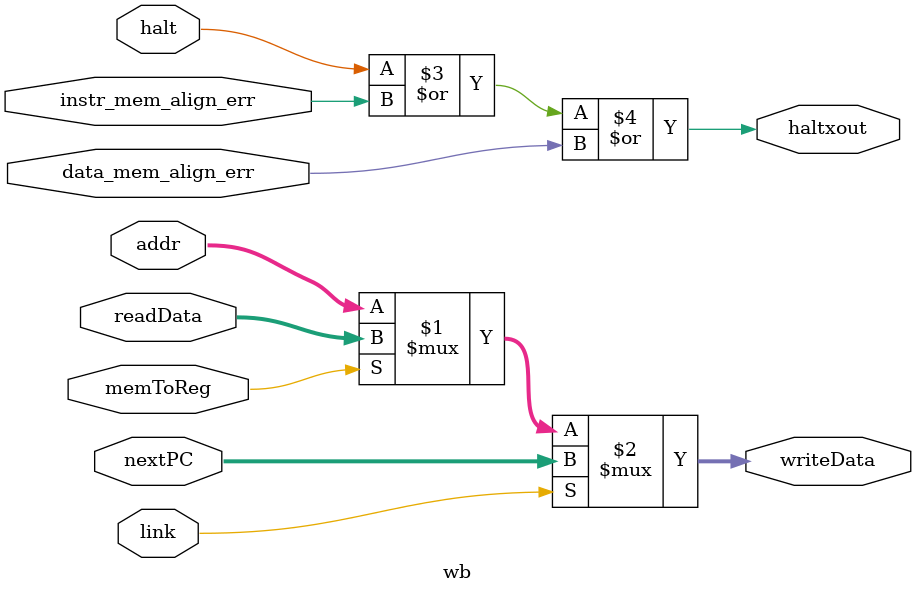
<source format=v>
/*
   CS/ECE 552 Spring '22
  
   Filename        : wb.v
   Description     : This is the module for the overall Write Back stage of the processor.
*/
`default_nettype none
module wb (readData, addr, nextPC, memToReg, link, instr_mem_align_err, data_mem_align_err, halt, writeData, haltxout);

   input wire    [15:0]   readData;   // Read data from memory
   input wire    [15:0]   addr;       // ALU output wire
   input wire    [15:0]   nextPC;     // Address of the next instruction
                                 // for linking
   input wire             memToReg;   // Write memory output wire to reg
   input wire             link;       // Save PC+2 to reg
   input wire             instr_mem_align_err, data_mem_align_err, halt;

   output wire   [15:0]   writeData;  // Data to be written to register
   output wire            haltxout;

   // Assign what data gets written to the registers based on control signals
   assign writeData = (link) ? nextPC : ((memToReg) ? readData : addr); 
   assign haltxout = halt | instr_mem_align_err | data_mem_align_err;
   
endmodule
`default_nettype wire

</source>
